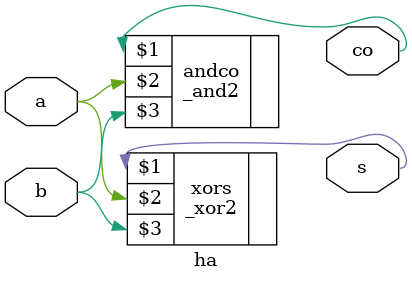
<source format=v>
module ha(s, co, a, b);		//half adder
	input a, b;
	output s, co;
	
	_xor2 xors(s, a, b);			//s = a'b + ab'
	_and2 andco(co, a, b);		//co = ab
endmodule

</source>
